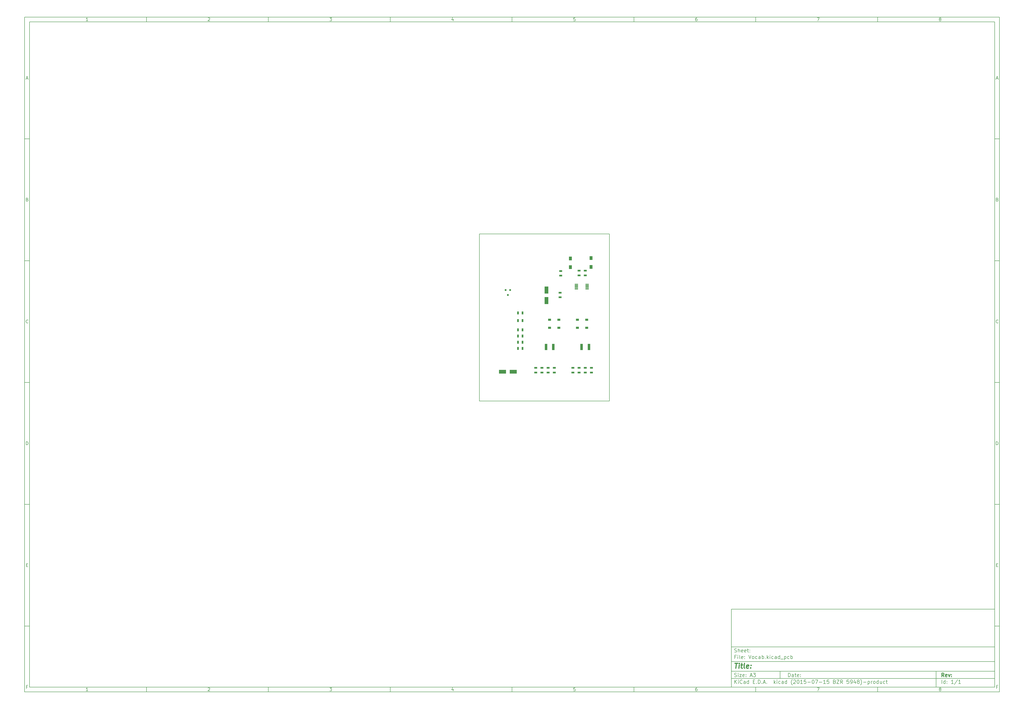
<source format=gbr>
G04 #@! TF.FileFunction,Paste,Top*
%FSLAX46Y46*%
G04 Gerber Fmt 4.6, Leading zero omitted, Abs format (unit mm)*
G04 Created by KiCad (PCBNEW (2015-07-15 BZR 5948)-product) date Tue 15 Sep 2015 04:10:27 BST*
%MOMM*%
G01*
G04 APERTURE LIST*
%ADD10C,0.150000*%
%ADD11C,0.300000*%
%ADD12C,0.400000*%
%ADD13R,1.000000X2.500000*%
%ADD14R,2.999740X1.600200*%
%ADD15R,1.600200X2.999740*%
%ADD16R,1.220000X0.910000*%
%ADD17R,1.300000X0.700000*%
%ADD18R,0.700000X1.300000*%
%ADD19R,1.198880X1.600200*%
%ADD20R,1.400000X0.300000*%
%ADD21R,0.800100X0.800100*%
G04 APERTURE END LIST*
D10*
X299989000Y-253002200D02*
X299989000Y-285002200D01*
X407989000Y-285002200D01*
X407989000Y-253002200D01*
X299989000Y-253002200D01*
X10000000Y-10000000D02*
X10000000Y-287002200D01*
X409989000Y-287002200D01*
X409989000Y-10000000D01*
X10000000Y-10000000D01*
X12000000Y-12000000D02*
X12000000Y-285002200D01*
X407989000Y-285002200D01*
X407989000Y-12000000D01*
X12000000Y-12000000D01*
X60000000Y-12000000D02*
X60000000Y-10000000D01*
X110000000Y-12000000D02*
X110000000Y-10000000D01*
X160000000Y-12000000D02*
X160000000Y-10000000D01*
X210000000Y-12000000D02*
X210000000Y-10000000D01*
X260000000Y-12000000D02*
X260000000Y-10000000D01*
X310000000Y-12000000D02*
X310000000Y-10000000D01*
X360000000Y-12000000D02*
X360000000Y-10000000D01*
X35990476Y-11588095D02*
X35247619Y-11588095D01*
X35619048Y-11588095D02*
X35619048Y-10288095D01*
X35495238Y-10473810D01*
X35371429Y-10597619D01*
X35247619Y-10659524D01*
X85247619Y-10411905D02*
X85309524Y-10350000D01*
X85433333Y-10288095D01*
X85742857Y-10288095D01*
X85866667Y-10350000D01*
X85928571Y-10411905D01*
X85990476Y-10535714D01*
X85990476Y-10659524D01*
X85928571Y-10845238D01*
X85185714Y-11588095D01*
X85990476Y-11588095D01*
X135185714Y-10288095D02*
X135990476Y-10288095D01*
X135557143Y-10783333D01*
X135742857Y-10783333D01*
X135866667Y-10845238D01*
X135928571Y-10907143D01*
X135990476Y-11030952D01*
X135990476Y-11340476D01*
X135928571Y-11464286D01*
X135866667Y-11526190D01*
X135742857Y-11588095D01*
X135371429Y-11588095D01*
X135247619Y-11526190D01*
X135185714Y-11464286D01*
X185866667Y-10721429D02*
X185866667Y-11588095D01*
X185557143Y-10226190D02*
X185247619Y-11154762D01*
X186052381Y-11154762D01*
X235928571Y-10288095D02*
X235309524Y-10288095D01*
X235247619Y-10907143D01*
X235309524Y-10845238D01*
X235433333Y-10783333D01*
X235742857Y-10783333D01*
X235866667Y-10845238D01*
X235928571Y-10907143D01*
X235990476Y-11030952D01*
X235990476Y-11340476D01*
X235928571Y-11464286D01*
X235866667Y-11526190D01*
X235742857Y-11588095D01*
X235433333Y-11588095D01*
X235309524Y-11526190D01*
X235247619Y-11464286D01*
X285866667Y-10288095D02*
X285619048Y-10288095D01*
X285495238Y-10350000D01*
X285433333Y-10411905D01*
X285309524Y-10597619D01*
X285247619Y-10845238D01*
X285247619Y-11340476D01*
X285309524Y-11464286D01*
X285371429Y-11526190D01*
X285495238Y-11588095D01*
X285742857Y-11588095D01*
X285866667Y-11526190D01*
X285928571Y-11464286D01*
X285990476Y-11340476D01*
X285990476Y-11030952D01*
X285928571Y-10907143D01*
X285866667Y-10845238D01*
X285742857Y-10783333D01*
X285495238Y-10783333D01*
X285371429Y-10845238D01*
X285309524Y-10907143D01*
X285247619Y-11030952D01*
X335185714Y-10288095D02*
X336052381Y-10288095D01*
X335495238Y-11588095D01*
X385495238Y-10845238D02*
X385371429Y-10783333D01*
X385309524Y-10721429D01*
X385247619Y-10597619D01*
X385247619Y-10535714D01*
X385309524Y-10411905D01*
X385371429Y-10350000D01*
X385495238Y-10288095D01*
X385742857Y-10288095D01*
X385866667Y-10350000D01*
X385928571Y-10411905D01*
X385990476Y-10535714D01*
X385990476Y-10597619D01*
X385928571Y-10721429D01*
X385866667Y-10783333D01*
X385742857Y-10845238D01*
X385495238Y-10845238D01*
X385371429Y-10907143D01*
X385309524Y-10969048D01*
X385247619Y-11092857D01*
X385247619Y-11340476D01*
X385309524Y-11464286D01*
X385371429Y-11526190D01*
X385495238Y-11588095D01*
X385742857Y-11588095D01*
X385866667Y-11526190D01*
X385928571Y-11464286D01*
X385990476Y-11340476D01*
X385990476Y-11092857D01*
X385928571Y-10969048D01*
X385866667Y-10907143D01*
X385742857Y-10845238D01*
X60000000Y-285002200D02*
X60000000Y-287002200D01*
X110000000Y-285002200D02*
X110000000Y-287002200D01*
X160000000Y-285002200D02*
X160000000Y-287002200D01*
X210000000Y-285002200D02*
X210000000Y-287002200D01*
X260000000Y-285002200D02*
X260000000Y-287002200D01*
X310000000Y-285002200D02*
X310000000Y-287002200D01*
X360000000Y-285002200D02*
X360000000Y-287002200D01*
X35990476Y-286590295D02*
X35247619Y-286590295D01*
X35619048Y-286590295D02*
X35619048Y-285290295D01*
X35495238Y-285476010D01*
X35371429Y-285599819D01*
X35247619Y-285661724D01*
X85247619Y-285414105D02*
X85309524Y-285352200D01*
X85433333Y-285290295D01*
X85742857Y-285290295D01*
X85866667Y-285352200D01*
X85928571Y-285414105D01*
X85990476Y-285537914D01*
X85990476Y-285661724D01*
X85928571Y-285847438D01*
X85185714Y-286590295D01*
X85990476Y-286590295D01*
X135185714Y-285290295D02*
X135990476Y-285290295D01*
X135557143Y-285785533D01*
X135742857Y-285785533D01*
X135866667Y-285847438D01*
X135928571Y-285909343D01*
X135990476Y-286033152D01*
X135990476Y-286342676D01*
X135928571Y-286466486D01*
X135866667Y-286528390D01*
X135742857Y-286590295D01*
X135371429Y-286590295D01*
X135247619Y-286528390D01*
X135185714Y-286466486D01*
X185866667Y-285723629D02*
X185866667Y-286590295D01*
X185557143Y-285228390D02*
X185247619Y-286156962D01*
X186052381Y-286156962D01*
X235928571Y-285290295D02*
X235309524Y-285290295D01*
X235247619Y-285909343D01*
X235309524Y-285847438D01*
X235433333Y-285785533D01*
X235742857Y-285785533D01*
X235866667Y-285847438D01*
X235928571Y-285909343D01*
X235990476Y-286033152D01*
X235990476Y-286342676D01*
X235928571Y-286466486D01*
X235866667Y-286528390D01*
X235742857Y-286590295D01*
X235433333Y-286590295D01*
X235309524Y-286528390D01*
X235247619Y-286466486D01*
X285866667Y-285290295D02*
X285619048Y-285290295D01*
X285495238Y-285352200D01*
X285433333Y-285414105D01*
X285309524Y-285599819D01*
X285247619Y-285847438D01*
X285247619Y-286342676D01*
X285309524Y-286466486D01*
X285371429Y-286528390D01*
X285495238Y-286590295D01*
X285742857Y-286590295D01*
X285866667Y-286528390D01*
X285928571Y-286466486D01*
X285990476Y-286342676D01*
X285990476Y-286033152D01*
X285928571Y-285909343D01*
X285866667Y-285847438D01*
X285742857Y-285785533D01*
X285495238Y-285785533D01*
X285371429Y-285847438D01*
X285309524Y-285909343D01*
X285247619Y-286033152D01*
X335185714Y-285290295D02*
X336052381Y-285290295D01*
X335495238Y-286590295D01*
X385495238Y-285847438D02*
X385371429Y-285785533D01*
X385309524Y-285723629D01*
X385247619Y-285599819D01*
X385247619Y-285537914D01*
X385309524Y-285414105D01*
X385371429Y-285352200D01*
X385495238Y-285290295D01*
X385742857Y-285290295D01*
X385866667Y-285352200D01*
X385928571Y-285414105D01*
X385990476Y-285537914D01*
X385990476Y-285599819D01*
X385928571Y-285723629D01*
X385866667Y-285785533D01*
X385742857Y-285847438D01*
X385495238Y-285847438D01*
X385371429Y-285909343D01*
X385309524Y-285971248D01*
X385247619Y-286095057D01*
X385247619Y-286342676D01*
X385309524Y-286466486D01*
X385371429Y-286528390D01*
X385495238Y-286590295D01*
X385742857Y-286590295D01*
X385866667Y-286528390D01*
X385928571Y-286466486D01*
X385990476Y-286342676D01*
X385990476Y-286095057D01*
X385928571Y-285971248D01*
X385866667Y-285909343D01*
X385742857Y-285847438D01*
X10000000Y-60000000D02*
X12000000Y-60000000D01*
X10000000Y-110000000D02*
X12000000Y-110000000D01*
X10000000Y-160000000D02*
X12000000Y-160000000D01*
X10000000Y-210000000D02*
X12000000Y-210000000D01*
X10000000Y-260000000D02*
X12000000Y-260000000D01*
X10690476Y-35216667D02*
X11309524Y-35216667D01*
X10566667Y-35588095D02*
X11000000Y-34288095D01*
X11433333Y-35588095D01*
X11092857Y-84907143D02*
X11278571Y-84969048D01*
X11340476Y-85030952D01*
X11402381Y-85154762D01*
X11402381Y-85340476D01*
X11340476Y-85464286D01*
X11278571Y-85526190D01*
X11154762Y-85588095D01*
X10659524Y-85588095D01*
X10659524Y-84288095D01*
X11092857Y-84288095D01*
X11216667Y-84350000D01*
X11278571Y-84411905D01*
X11340476Y-84535714D01*
X11340476Y-84659524D01*
X11278571Y-84783333D01*
X11216667Y-84845238D01*
X11092857Y-84907143D01*
X10659524Y-84907143D01*
X11402381Y-135464286D02*
X11340476Y-135526190D01*
X11154762Y-135588095D01*
X11030952Y-135588095D01*
X10845238Y-135526190D01*
X10721429Y-135402381D01*
X10659524Y-135278571D01*
X10597619Y-135030952D01*
X10597619Y-134845238D01*
X10659524Y-134597619D01*
X10721429Y-134473810D01*
X10845238Y-134350000D01*
X11030952Y-134288095D01*
X11154762Y-134288095D01*
X11340476Y-134350000D01*
X11402381Y-134411905D01*
X10659524Y-185588095D02*
X10659524Y-184288095D01*
X10969048Y-184288095D01*
X11154762Y-184350000D01*
X11278571Y-184473810D01*
X11340476Y-184597619D01*
X11402381Y-184845238D01*
X11402381Y-185030952D01*
X11340476Y-185278571D01*
X11278571Y-185402381D01*
X11154762Y-185526190D01*
X10969048Y-185588095D01*
X10659524Y-185588095D01*
X10721429Y-234907143D02*
X11154762Y-234907143D01*
X11340476Y-235588095D02*
X10721429Y-235588095D01*
X10721429Y-234288095D01*
X11340476Y-234288095D01*
X11185714Y-284907143D02*
X10752381Y-284907143D01*
X10752381Y-285588095D02*
X10752381Y-284288095D01*
X11371428Y-284288095D01*
X409989000Y-60000000D02*
X407989000Y-60000000D01*
X409989000Y-110000000D02*
X407989000Y-110000000D01*
X409989000Y-160000000D02*
X407989000Y-160000000D01*
X409989000Y-210000000D02*
X407989000Y-210000000D01*
X409989000Y-260000000D02*
X407989000Y-260000000D01*
X408679476Y-35216667D02*
X409298524Y-35216667D01*
X408555667Y-35588095D02*
X408989000Y-34288095D01*
X409422333Y-35588095D01*
X409081857Y-84907143D02*
X409267571Y-84969048D01*
X409329476Y-85030952D01*
X409391381Y-85154762D01*
X409391381Y-85340476D01*
X409329476Y-85464286D01*
X409267571Y-85526190D01*
X409143762Y-85588095D01*
X408648524Y-85588095D01*
X408648524Y-84288095D01*
X409081857Y-84288095D01*
X409205667Y-84350000D01*
X409267571Y-84411905D01*
X409329476Y-84535714D01*
X409329476Y-84659524D01*
X409267571Y-84783333D01*
X409205667Y-84845238D01*
X409081857Y-84907143D01*
X408648524Y-84907143D01*
X409391381Y-135464286D02*
X409329476Y-135526190D01*
X409143762Y-135588095D01*
X409019952Y-135588095D01*
X408834238Y-135526190D01*
X408710429Y-135402381D01*
X408648524Y-135278571D01*
X408586619Y-135030952D01*
X408586619Y-134845238D01*
X408648524Y-134597619D01*
X408710429Y-134473810D01*
X408834238Y-134350000D01*
X409019952Y-134288095D01*
X409143762Y-134288095D01*
X409329476Y-134350000D01*
X409391381Y-134411905D01*
X408648524Y-185588095D02*
X408648524Y-184288095D01*
X408958048Y-184288095D01*
X409143762Y-184350000D01*
X409267571Y-184473810D01*
X409329476Y-184597619D01*
X409391381Y-184845238D01*
X409391381Y-185030952D01*
X409329476Y-185278571D01*
X409267571Y-185402381D01*
X409143762Y-185526190D01*
X408958048Y-185588095D01*
X408648524Y-185588095D01*
X408710429Y-234907143D02*
X409143762Y-234907143D01*
X409329476Y-235588095D02*
X408710429Y-235588095D01*
X408710429Y-234288095D01*
X409329476Y-234288095D01*
X409174714Y-284907143D02*
X408741381Y-284907143D01*
X408741381Y-285588095D02*
X408741381Y-284288095D01*
X409360428Y-284288095D01*
X323346143Y-280780771D02*
X323346143Y-279280771D01*
X323703286Y-279280771D01*
X323917571Y-279352200D01*
X324060429Y-279495057D01*
X324131857Y-279637914D01*
X324203286Y-279923629D01*
X324203286Y-280137914D01*
X324131857Y-280423629D01*
X324060429Y-280566486D01*
X323917571Y-280709343D01*
X323703286Y-280780771D01*
X323346143Y-280780771D01*
X325489000Y-280780771D02*
X325489000Y-279995057D01*
X325417571Y-279852200D01*
X325274714Y-279780771D01*
X324989000Y-279780771D01*
X324846143Y-279852200D01*
X325489000Y-280709343D02*
X325346143Y-280780771D01*
X324989000Y-280780771D01*
X324846143Y-280709343D01*
X324774714Y-280566486D01*
X324774714Y-280423629D01*
X324846143Y-280280771D01*
X324989000Y-280209343D01*
X325346143Y-280209343D01*
X325489000Y-280137914D01*
X325989000Y-279780771D02*
X326560429Y-279780771D01*
X326203286Y-279280771D02*
X326203286Y-280566486D01*
X326274714Y-280709343D01*
X326417572Y-280780771D01*
X326560429Y-280780771D01*
X327631857Y-280709343D02*
X327489000Y-280780771D01*
X327203286Y-280780771D01*
X327060429Y-280709343D01*
X326989000Y-280566486D01*
X326989000Y-279995057D01*
X327060429Y-279852200D01*
X327203286Y-279780771D01*
X327489000Y-279780771D01*
X327631857Y-279852200D01*
X327703286Y-279995057D01*
X327703286Y-280137914D01*
X326989000Y-280280771D01*
X328346143Y-280637914D02*
X328417571Y-280709343D01*
X328346143Y-280780771D01*
X328274714Y-280709343D01*
X328346143Y-280637914D01*
X328346143Y-280780771D01*
X328346143Y-279852200D02*
X328417571Y-279923629D01*
X328346143Y-279995057D01*
X328274714Y-279923629D01*
X328346143Y-279852200D01*
X328346143Y-279995057D01*
X299989000Y-281502200D02*
X407989000Y-281502200D01*
X301346143Y-283580771D02*
X301346143Y-282080771D01*
X302203286Y-283580771D02*
X301560429Y-282723629D01*
X302203286Y-282080771D02*
X301346143Y-282937914D01*
X302846143Y-283580771D02*
X302846143Y-282580771D01*
X302846143Y-282080771D02*
X302774714Y-282152200D01*
X302846143Y-282223629D01*
X302917571Y-282152200D01*
X302846143Y-282080771D01*
X302846143Y-282223629D01*
X304417572Y-283437914D02*
X304346143Y-283509343D01*
X304131857Y-283580771D01*
X303989000Y-283580771D01*
X303774715Y-283509343D01*
X303631857Y-283366486D01*
X303560429Y-283223629D01*
X303489000Y-282937914D01*
X303489000Y-282723629D01*
X303560429Y-282437914D01*
X303631857Y-282295057D01*
X303774715Y-282152200D01*
X303989000Y-282080771D01*
X304131857Y-282080771D01*
X304346143Y-282152200D01*
X304417572Y-282223629D01*
X305703286Y-283580771D02*
X305703286Y-282795057D01*
X305631857Y-282652200D01*
X305489000Y-282580771D01*
X305203286Y-282580771D01*
X305060429Y-282652200D01*
X305703286Y-283509343D02*
X305560429Y-283580771D01*
X305203286Y-283580771D01*
X305060429Y-283509343D01*
X304989000Y-283366486D01*
X304989000Y-283223629D01*
X305060429Y-283080771D01*
X305203286Y-283009343D01*
X305560429Y-283009343D01*
X305703286Y-282937914D01*
X307060429Y-283580771D02*
X307060429Y-282080771D01*
X307060429Y-283509343D02*
X306917572Y-283580771D01*
X306631858Y-283580771D01*
X306489000Y-283509343D01*
X306417572Y-283437914D01*
X306346143Y-283295057D01*
X306346143Y-282866486D01*
X306417572Y-282723629D01*
X306489000Y-282652200D01*
X306631858Y-282580771D01*
X306917572Y-282580771D01*
X307060429Y-282652200D01*
X308917572Y-282795057D02*
X309417572Y-282795057D01*
X309631858Y-283580771D02*
X308917572Y-283580771D01*
X308917572Y-282080771D01*
X309631858Y-282080771D01*
X310274715Y-283437914D02*
X310346143Y-283509343D01*
X310274715Y-283580771D01*
X310203286Y-283509343D01*
X310274715Y-283437914D01*
X310274715Y-283580771D01*
X310989001Y-283580771D02*
X310989001Y-282080771D01*
X311346144Y-282080771D01*
X311560429Y-282152200D01*
X311703287Y-282295057D01*
X311774715Y-282437914D01*
X311846144Y-282723629D01*
X311846144Y-282937914D01*
X311774715Y-283223629D01*
X311703287Y-283366486D01*
X311560429Y-283509343D01*
X311346144Y-283580771D01*
X310989001Y-283580771D01*
X312489001Y-283437914D02*
X312560429Y-283509343D01*
X312489001Y-283580771D01*
X312417572Y-283509343D01*
X312489001Y-283437914D01*
X312489001Y-283580771D01*
X313131858Y-283152200D02*
X313846144Y-283152200D01*
X312989001Y-283580771D02*
X313489001Y-282080771D01*
X313989001Y-283580771D01*
X314489001Y-283437914D02*
X314560429Y-283509343D01*
X314489001Y-283580771D01*
X314417572Y-283509343D01*
X314489001Y-283437914D01*
X314489001Y-283580771D01*
X317489001Y-283580771D02*
X317489001Y-282080771D01*
X317631858Y-283009343D02*
X318060429Y-283580771D01*
X318060429Y-282580771D02*
X317489001Y-283152200D01*
X318703287Y-283580771D02*
X318703287Y-282580771D01*
X318703287Y-282080771D02*
X318631858Y-282152200D01*
X318703287Y-282223629D01*
X318774715Y-282152200D01*
X318703287Y-282080771D01*
X318703287Y-282223629D01*
X320060430Y-283509343D02*
X319917573Y-283580771D01*
X319631859Y-283580771D01*
X319489001Y-283509343D01*
X319417573Y-283437914D01*
X319346144Y-283295057D01*
X319346144Y-282866486D01*
X319417573Y-282723629D01*
X319489001Y-282652200D01*
X319631859Y-282580771D01*
X319917573Y-282580771D01*
X320060430Y-282652200D01*
X321346144Y-283580771D02*
X321346144Y-282795057D01*
X321274715Y-282652200D01*
X321131858Y-282580771D01*
X320846144Y-282580771D01*
X320703287Y-282652200D01*
X321346144Y-283509343D02*
X321203287Y-283580771D01*
X320846144Y-283580771D01*
X320703287Y-283509343D01*
X320631858Y-283366486D01*
X320631858Y-283223629D01*
X320703287Y-283080771D01*
X320846144Y-283009343D01*
X321203287Y-283009343D01*
X321346144Y-282937914D01*
X322703287Y-283580771D02*
X322703287Y-282080771D01*
X322703287Y-283509343D02*
X322560430Y-283580771D01*
X322274716Y-283580771D01*
X322131858Y-283509343D01*
X322060430Y-283437914D01*
X321989001Y-283295057D01*
X321989001Y-282866486D01*
X322060430Y-282723629D01*
X322131858Y-282652200D01*
X322274716Y-282580771D01*
X322560430Y-282580771D01*
X322703287Y-282652200D01*
X324989001Y-284152200D02*
X324917573Y-284080771D01*
X324774716Y-283866486D01*
X324703287Y-283723629D01*
X324631858Y-283509343D01*
X324560430Y-283152200D01*
X324560430Y-282866486D01*
X324631858Y-282509343D01*
X324703287Y-282295057D01*
X324774716Y-282152200D01*
X324917573Y-281937914D01*
X324989001Y-281866486D01*
X325489001Y-282223629D02*
X325560430Y-282152200D01*
X325703287Y-282080771D01*
X326060430Y-282080771D01*
X326203287Y-282152200D01*
X326274716Y-282223629D01*
X326346144Y-282366486D01*
X326346144Y-282509343D01*
X326274716Y-282723629D01*
X325417573Y-283580771D01*
X326346144Y-283580771D01*
X327274715Y-282080771D02*
X327417572Y-282080771D01*
X327560429Y-282152200D01*
X327631858Y-282223629D01*
X327703287Y-282366486D01*
X327774715Y-282652200D01*
X327774715Y-283009343D01*
X327703287Y-283295057D01*
X327631858Y-283437914D01*
X327560429Y-283509343D01*
X327417572Y-283580771D01*
X327274715Y-283580771D01*
X327131858Y-283509343D01*
X327060429Y-283437914D01*
X326989001Y-283295057D01*
X326917572Y-283009343D01*
X326917572Y-282652200D01*
X326989001Y-282366486D01*
X327060429Y-282223629D01*
X327131858Y-282152200D01*
X327274715Y-282080771D01*
X329203286Y-283580771D02*
X328346143Y-283580771D01*
X328774715Y-283580771D02*
X328774715Y-282080771D01*
X328631858Y-282295057D01*
X328489000Y-282437914D01*
X328346143Y-282509343D01*
X330560429Y-282080771D02*
X329846143Y-282080771D01*
X329774714Y-282795057D01*
X329846143Y-282723629D01*
X329989000Y-282652200D01*
X330346143Y-282652200D01*
X330489000Y-282723629D01*
X330560429Y-282795057D01*
X330631857Y-282937914D01*
X330631857Y-283295057D01*
X330560429Y-283437914D01*
X330489000Y-283509343D01*
X330346143Y-283580771D01*
X329989000Y-283580771D01*
X329846143Y-283509343D01*
X329774714Y-283437914D01*
X331274714Y-283009343D02*
X332417571Y-283009343D01*
X333417571Y-282080771D02*
X333560428Y-282080771D01*
X333703285Y-282152200D01*
X333774714Y-282223629D01*
X333846143Y-282366486D01*
X333917571Y-282652200D01*
X333917571Y-283009343D01*
X333846143Y-283295057D01*
X333774714Y-283437914D01*
X333703285Y-283509343D01*
X333560428Y-283580771D01*
X333417571Y-283580771D01*
X333274714Y-283509343D01*
X333203285Y-283437914D01*
X333131857Y-283295057D01*
X333060428Y-283009343D01*
X333060428Y-282652200D01*
X333131857Y-282366486D01*
X333203285Y-282223629D01*
X333274714Y-282152200D01*
X333417571Y-282080771D01*
X334417571Y-282080771D02*
X335417571Y-282080771D01*
X334774714Y-283580771D01*
X335988999Y-283009343D02*
X337131856Y-283009343D01*
X338631856Y-283580771D02*
X337774713Y-283580771D01*
X338203285Y-283580771D02*
X338203285Y-282080771D01*
X338060428Y-282295057D01*
X337917570Y-282437914D01*
X337774713Y-282509343D01*
X339988999Y-282080771D02*
X339274713Y-282080771D01*
X339203284Y-282795057D01*
X339274713Y-282723629D01*
X339417570Y-282652200D01*
X339774713Y-282652200D01*
X339917570Y-282723629D01*
X339988999Y-282795057D01*
X340060427Y-282937914D01*
X340060427Y-283295057D01*
X339988999Y-283437914D01*
X339917570Y-283509343D01*
X339774713Y-283580771D01*
X339417570Y-283580771D01*
X339274713Y-283509343D01*
X339203284Y-283437914D01*
X342346141Y-282795057D02*
X342560427Y-282866486D01*
X342631855Y-282937914D01*
X342703284Y-283080771D01*
X342703284Y-283295057D01*
X342631855Y-283437914D01*
X342560427Y-283509343D01*
X342417569Y-283580771D01*
X341846141Y-283580771D01*
X341846141Y-282080771D01*
X342346141Y-282080771D01*
X342488998Y-282152200D01*
X342560427Y-282223629D01*
X342631855Y-282366486D01*
X342631855Y-282509343D01*
X342560427Y-282652200D01*
X342488998Y-282723629D01*
X342346141Y-282795057D01*
X341846141Y-282795057D01*
X343203284Y-282080771D02*
X344203284Y-282080771D01*
X343203284Y-283580771D01*
X344203284Y-283580771D01*
X345631855Y-283580771D02*
X345131855Y-282866486D01*
X344774712Y-283580771D02*
X344774712Y-282080771D01*
X345346140Y-282080771D01*
X345488998Y-282152200D01*
X345560426Y-282223629D01*
X345631855Y-282366486D01*
X345631855Y-282580771D01*
X345560426Y-282723629D01*
X345488998Y-282795057D01*
X345346140Y-282866486D01*
X344774712Y-282866486D01*
X348131855Y-282080771D02*
X347417569Y-282080771D01*
X347346140Y-282795057D01*
X347417569Y-282723629D01*
X347560426Y-282652200D01*
X347917569Y-282652200D01*
X348060426Y-282723629D01*
X348131855Y-282795057D01*
X348203283Y-282937914D01*
X348203283Y-283295057D01*
X348131855Y-283437914D01*
X348060426Y-283509343D01*
X347917569Y-283580771D01*
X347560426Y-283580771D01*
X347417569Y-283509343D01*
X347346140Y-283437914D01*
X348917568Y-283580771D02*
X349203283Y-283580771D01*
X349346140Y-283509343D01*
X349417568Y-283437914D01*
X349560426Y-283223629D01*
X349631854Y-282937914D01*
X349631854Y-282366486D01*
X349560426Y-282223629D01*
X349488997Y-282152200D01*
X349346140Y-282080771D01*
X349060426Y-282080771D01*
X348917568Y-282152200D01*
X348846140Y-282223629D01*
X348774711Y-282366486D01*
X348774711Y-282723629D01*
X348846140Y-282866486D01*
X348917568Y-282937914D01*
X349060426Y-283009343D01*
X349346140Y-283009343D01*
X349488997Y-282937914D01*
X349560426Y-282866486D01*
X349631854Y-282723629D01*
X350917568Y-282580771D02*
X350917568Y-283580771D01*
X350560425Y-282009343D02*
X350203282Y-283080771D01*
X351131854Y-283080771D01*
X351917568Y-282723629D02*
X351774710Y-282652200D01*
X351703282Y-282580771D01*
X351631853Y-282437914D01*
X351631853Y-282366486D01*
X351703282Y-282223629D01*
X351774710Y-282152200D01*
X351917568Y-282080771D01*
X352203282Y-282080771D01*
X352346139Y-282152200D01*
X352417568Y-282223629D01*
X352488996Y-282366486D01*
X352488996Y-282437914D01*
X352417568Y-282580771D01*
X352346139Y-282652200D01*
X352203282Y-282723629D01*
X351917568Y-282723629D01*
X351774710Y-282795057D01*
X351703282Y-282866486D01*
X351631853Y-283009343D01*
X351631853Y-283295057D01*
X351703282Y-283437914D01*
X351774710Y-283509343D01*
X351917568Y-283580771D01*
X352203282Y-283580771D01*
X352346139Y-283509343D01*
X352417568Y-283437914D01*
X352488996Y-283295057D01*
X352488996Y-283009343D01*
X352417568Y-282866486D01*
X352346139Y-282795057D01*
X352203282Y-282723629D01*
X352988996Y-284152200D02*
X353060424Y-284080771D01*
X353203281Y-283866486D01*
X353274710Y-283723629D01*
X353346139Y-283509343D01*
X353417567Y-283152200D01*
X353417567Y-282866486D01*
X353346139Y-282509343D01*
X353274710Y-282295057D01*
X353203281Y-282152200D01*
X353060424Y-281937914D01*
X352988996Y-281866486D01*
X354131853Y-283009343D02*
X355274710Y-283009343D01*
X355988996Y-282580771D02*
X355988996Y-284080771D01*
X355988996Y-282652200D02*
X356131853Y-282580771D01*
X356417567Y-282580771D01*
X356560424Y-282652200D01*
X356631853Y-282723629D01*
X356703282Y-282866486D01*
X356703282Y-283295057D01*
X356631853Y-283437914D01*
X356560424Y-283509343D01*
X356417567Y-283580771D01*
X356131853Y-283580771D01*
X355988996Y-283509343D01*
X357346139Y-283580771D02*
X357346139Y-282580771D01*
X357346139Y-282866486D02*
X357417567Y-282723629D01*
X357488996Y-282652200D01*
X357631853Y-282580771D01*
X357774710Y-282580771D01*
X358488996Y-283580771D02*
X358346138Y-283509343D01*
X358274710Y-283437914D01*
X358203281Y-283295057D01*
X358203281Y-282866486D01*
X358274710Y-282723629D01*
X358346138Y-282652200D01*
X358488996Y-282580771D01*
X358703281Y-282580771D01*
X358846138Y-282652200D01*
X358917567Y-282723629D01*
X358988996Y-282866486D01*
X358988996Y-283295057D01*
X358917567Y-283437914D01*
X358846138Y-283509343D01*
X358703281Y-283580771D01*
X358488996Y-283580771D01*
X360274710Y-283580771D02*
X360274710Y-282080771D01*
X360274710Y-283509343D02*
X360131853Y-283580771D01*
X359846139Y-283580771D01*
X359703281Y-283509343D01*
X359631853Y-283437914D01*
X359560424Y-283295057D01*
X359560424Y-282866486D01*
X359631853Y-282723629D01*
X359703281Y-282652200D01*
X359846139Y-282580771D01*
X360131853Y-282580771D01*
X360274710Y-282652200D01*
X361631853Y-282580771D02*
X361631853Y-283580771D01*
X360988996Y-282580771D02*
X360988996Y-283366486D01*
X361060424Y-283509343D01*
X361203282Y-283580771D01*
X361417567Y-283580771D01*
X361560424Y-283509343D01*
X361631853Y-283437914D01*
X362988996Y-283509343D02*
X362846139Y-283580771D01*
X362560425Y-283580771D01*
X362417567Y-283509343D01*
X362346139Y-283437914D01*
X362274710Y-283295057D01*
X362274710Y-282866486D01*
X362346139Y-282723629D01*
X362417567Y-282652200D01*
X362560425Y-282580771D01*
X362846139Y-282580771D01*
X362988996Y-282652200D01*
X363417567Y-282580771D02*
X363988996Y-282580771D01*
X363631853Y-282080771D02*
X363631853Y-283366486D01*
X363703281Y-283509343D01*
X363846139Y-283580771D01*
X363988996Y-283580771D01*
X299989000Y-278502200D02*
X407989000Y-278502200D01*
D11*
X387203286Y-280780771D02*
X386703286Y-280066486D01*
X386346143Y-280780771D02*
X386346143Y-279280771D01*
X386917571Y-279280771D01*
X387060429Y-279352200D01*
X387131857Y-279423629D01*
X387203286Y-279566486D01*
X387203286Y-279780771D01*
X387131857Y-279923629D01*
X387060429Y-279995057D01*
X386917571Y-280066486D01*
X386346143Y-280066486D01*
X388417571Y-280709343D02*
X388274714Y-280780771D01*
X387989000Y-280780771D01*
X387846143Y-280709343D01*
X387774714Y-280566486D01*
X387774714Y-279995057D01*
X387846143Y-279852200D01*
X387989000Y-279780771D01*
X388274714Y-279780771D01*
X388417571Y-279852200D01*
X388489000Y-279995057D01*
X388489000Y-280137914D01*
X387774714Y-280280771D01*
X388989000Y-279780771D02*
X389346143Y-280780771D01*
X389703285Y-279780771D01*
X390274714Y-280637914D02*
X390346142Y-280709343D01*
X390274714Y-280780771D01*
X390203285Y-280709343D01*
X390274714Y-280637914D01*
X390274714Y-280780771D01*
X390274714Y-279852200D02*
X390346142Y-279923629D01*
X390274714Y-279995057D01*
X390203285Y-279923629D01*
X390274714Y-279852200D01*
X390274714Y-279995057D01*
D10*
X301274714Y-280709343D02*
X301489000Y-280780771D01*
X301846143Y-280780771D01*
X301989000Y-280709343D01*
X302060429Y-280637914D01*
X302131857Y-280495057D01*
X302131857Y-280352200D01*
X302060429Y-280209343D01*
X301989000Y-280137914D01*
X301846143Y-280066486D01*
X301560429Y-279995057D01*
X301417571Y-279923629D01*
X301346143Y-279852200D01*
X301274714Y-279709343D01*
X301274714Y-279566486D01*
X301346143Y-279423629D01*
X301417571Y-279352200D01*
X301560429Y-279280771D01*
X301917571Y-279280771D01*
X302131857Y-279352200D01*
X302774714Y-280780771D02*
X302774714Y-279780771D01*
X302774714Y-279280771D02*
X302703285Y-279352200D01*
X302774714Y-279423629D01*
X302846142Y-279352200D01*
X302774714Y-279280771D01*
X302774714Y-279423629D01*
X303346143Y-279780771D02*
X304131857Y-279780771D01*
X303346143Y-280780771D01*
X304131857Y-280780771D01*
X305274714Y-280709343D02*
X305131857Y-280780771D01*
X304846143Y-280780771D01*
X304703286Y-280709343D01*
X304631857Y-280566486D01*
X304631857Y-279995057D01*
X304703286Y-279852200D01*
X304846143Y-279780771D01*
X305131857Y-279780771D01*
X305274714Y-279852200D01*
X305346143Y-279995057D01*
X305346143Y-280137914D01*
X304631857Y-280280771D01*
X305989000Y-280637914D02*
X306060428Y-280709343D01*
X305989000Y-280780771D01*
X305917571Y-280709343D01*
X305989000Y-280637914D01*
X305989000Y-280780771D01*
X305989000Y-279852200D02*
X306060428Y-279923629D01*
X305989000Y-279995057D01*
X305917571Y-279923629D01*
X305989000Y-279852200D01*
X305989000Y-279995057D01*
X307774714Y-280352200D02*
X308489000Y-280352200D01*
X307631857Y-280780771D02*
X308131857Y-279280771D01*
X308631857Y-280780771D01*
X308989000Y-279280771D02*
X309917571Y-279280771D01*
X309417571Y-279852200D01*
X309631857Y-279852200D01*
X309774714Y-279923629D01*
X309846143Y-279995057D01*
X309917571Y-280137914D01*
X309917571Y-280495057D01*
X309846143Y-280637914D01*
X309774714Y-280709343D01*
X309631857Y-280780771D01*
X309203285Y-280780771D01*
X309060428Y-280709343D01*
X308989000Y-280637914D01*
X386346143Y-283580771D02*
X386346143Y-282080771D01*
X387703286Y-283580771D02*
X387703286Y-282080771D01*
X387703286Y-283509343D02*
X387560429Y-283580771D01*
X387274715Y-283580771D01*
X387131857Y-283509343D01*
X387060429Y-283437914D01*
X386989000Y-283295057D01*
X386989000Y-282866486D01*
X387060429Y-282723629D01*
X387131857Y-282652200D01*
X387274715Y-282580771D01*
X387560429Y-282580771D01*
X387703286Y-282652200D01*
X388417572Y-283437914D02*
X388489000Y-283509343D01*
X388417572Y-283580771D01*
X388346143Y-283509343D01*
X388417572Y-283437914D01*
X388417572Y-283580771D01*
X388417572Y-282652200D02*
X388489000Y-282723629D01*
X388417572Y-282795057D01*
X388346143Y-282723629D01*
X388417572Y-282652200D01*
X388417572Y-282795057D01*
X391060429Y-283580771D02*
X390203286Y-283580771D01*
X390631858Y-283580771D02*
X390631858Y-282080771D01*
X390489001Y-282295057D01*
X390346143Y-282437914D01*
X390203286Y-282509343D01*
X392774714Y-282009343D02*
X391489000Y-283937914D01*
X394060429Y-283580771D02*
X393203286Y-283580771D01*
X393631858Y-283580771D02*
X393631858Y-282080771D01*
X393489001Y-282295057D01*
X393346143Y-282437914D01*
X393203286Y-282509343D01*
X299989000Y-274502200D02*
X407989000Y-274502200D01*
D12*
X301441381Y-275206962D02*
X302584238Y-275206962D01*
X301762810Y-277206962D02*
X302012810Y-275206962D01*
X303000905Y-277206962D02*
X303167571Y-275873629D01*
X303250905Y-275206962D02*
X303143762Y-275302200D01*
X303227095Y-275397438D01*
X303334239Y-275302200D01*
X303250905Y-275206962D01*
X303227095Y-275397438D01*
X303834238Y-275873629D02*
X304596143Y-275873629D01*
X304203286Y-275206962D02*
X303989000Y-276921248D01*
X304060430Y-277111724D01*
X304239001Y-277206962D01*
X304429477Y-277206962D01*
X305381858Y-277206962D02*
X305203287Y-277111724D01*
X305131857Y-276921248D01*
X305346143Y-275206962D01*
X306917572Y-277111724D02*
X306715191Y-277206962D01*
X306334239Y-277206962D01*
X306155667Y-277111724D01*
X306084238Y-276921248D01*
X306179476Y-276159343D01*
X306298524Y-275968867D01*
X306500905Y-275873629D01*
X306881857Y-275873629D01*
X307060429Y-275968867D01*
X307131857Y-276159343D01*
X307108048Y-276349819D01*
X306131857Y-276540295D01*
X307881857Y-277016486D02*
X307965192Y-277111724D01*
X307858048Y-277206962D01*
X307774715Y-277111724D01*
X307881857Y-277016486D01*
X307858048Y-277206962D01*
X308012810Y-275968867D02*
X308096144Y-276064105D01*
X307989000Y-276159343D01*
X307905667Y-276064105D01*
X308012810Y-275968867D01*
X307989000Y-276159343D01*
D10*
X301846143Y-272595057D02*
X301346143Y-272595057D01*
X301346143Y-273380771D02*
X301346143Y-271880771D01*
X302060429Y-271880771D01*
X302631857Y-273380771D02*
X302631857Y-272380771D01*
X302631857Y-271880771D02*
X302560428Y-271952200D01*
X302631857Y-272023629D01*
X302703285Y-271952200D01*
X302631857Y-271880771D01*
X302631857Y-272023629D01*
X303560429Y-273380771D02*
X303417571Y-273309343D01*
X303346143Y-273166486D01*
X303346143Y-271880771D01*
X304703285Y-273309343D02*
X304560428Y-273380771D01*
X304274714Y-273380771D01*
X304131857Y-273309343D01*
X304060428Y-273166486D01*
X304060428Y-272595057D01*
X304131857Y-272452200D01*
X304274714Y-272380771D01*
X304560428Y-272380771D01*
X304703285Y-272452200D01*
X304774714Y-272595057D01*
X304774714Y-272737914D01*
X304060428Y-272880771D01*
X305417571Y-273237914D02*
X305488999Y-273309343D01*
X305417571Y-273380771D01*
X305346142Y-273309343D01*
X305417571Y-273237914D01*
X305417571Y-273380771D01*
X305417571Y-272452200D02*
X305488999Y-272523629D01*
X305417571Y-272595057D01*
X305346142Y-272523629D01*
X305417571Y-272452200D01*
X305417571Y-272595057D01*
X307060428Y-271880771D02*
X307560428Y-273380771D01*
X308060428Y-271880771D01*
X308774714Y-273380771D02*
X308631856Y-273309343D01*
X308560428Y-273237914D01*
X308488999Y-273095057D01*
X308488999Y-272666486D01*
X308560428Y-272523629D01*
X308631856Y-272452200D01*
X308774714Y-272380771D01*
X308988999Y-272380771D01*
X309131856Y-272452200D01*
X309203285Y-272523629D01*
X309274714Y-272666486D01*
X309274714Y-273095057D01*
X309203285Y-273237914D01*
X309131856Y-273309343D01*
X308988999Y-273380771D01*
X308774714Y-273380771D01*
X310560428Y-273309343D02*
X310417571Y-273380771D01*
X310131857Y-273380771D01*
X309988999Y-273309343D01*
X309917571Y-273237914D01*
X309846142Y-273095057D01*
X309846142Y-272666486D01*
X309917571Y-272523629D01*
X309988999Y-272452200D01*
X310131857Y-272380771D01*
X310417571Y-272380771D01*
X310560428Y-272452200D01*
X311846142Y-273380771D02*
X311846142Y-272595057D01*
X311774713Y-272452200D01*
X311631856Y-272380771D01*
X311346142Y-272380771D01*
X311203285Y-272452200D01*
X311846142Y-273309343D02*
X311703285Y-273380771D01*
X311346142Y-273380771D01*
X311203285Y-273309343D01*
X311131856Y-273166486D01*
X311131856Y-273023629D01*
X311203285Y-272880771D01*
X311346142Y-272809343D01*
X311703285Y-272809343D01*
X311846142Y-272737914D01*
X312560428Y-273380771D02*
X312560428Y-271880771D01*
X312560428Y-272452200D02*
X312703285Y-272380771D01*
X312988999Y-272380771D01*
X313131856Y-272452200D01*
X313203285Y-272523629D01*
X313274714Y-272666486D01*
X313274714Y-273095057D01*
X313203285Y-273237914D01*
X313131856Y-273309343D01*
X312988999Y-273380771D01*
X312703285Y-273380771D01*
X312560428Y-273309343D01*
X313917571Y-273237914D02*
X313988999Y-273309343D01*
X313917571Y-273380771D01*
X313846142Y-273309343D01*
X313917571Y-273237914D01*
X313917571Y-273380771D01*
X314631857Y-273380771D02*
X314631857Y-271880771D01*
X314774714Y-272809343D02*
X315203285Y-273380771D01*
X315203285Y-272380771D02*
X314631857Y-272952200D01*
X315846143Y-273380771D02*
X315846143Y-272380771D01*
X315846143Y-271880771D02*
X315774714Y-271952200D01*
X315846143Y-272023629D01*
X315917571Y-271952200D01*
X315846143Y-271880771D01*
X315846143Y-272023629D01*
X317203286Y-273309343D02*
X317060429Y-273380771D01*
X316774715Y-273380771D01*
X316631857Y-273309343D01*
X316560429Y-273237914D01*
X316489000Y-273095057D01*
X316489000Y-272666486D01*
X316560429Y-272523629D01*
X316631857Y-272452200D01*
X316774715Y-272380771D01*
X317060429Y-272380771D01*
X317203286Y-272452200D01*
X318489000Y-273380771D02*
X318489000Y-272595057D01*
X318417571Y-272452200D01*
X318274714Y-272380771D01*
X317989000Y-272380771D01*
X317846143Y-272452200D01*
X318489000Y-273309343D02*
X318346143Y-273380771D01*
X317989000Y-273380771D01*
X317846143Y-273309343D01*
X317774714Y-273166486D01*
X317774714Y-273023629D01*
X317846143Y-272880771D01*
X317989000Y-272809343D01*
X318346143Y-272809343D01*
X318489000Y-272737914D01*
X319846143Y-273380771D02*
X319846143Y-271880771D01*
X319846143Y-273309343D02*
X319703286Y-273380771D01*
X319417572Y-273380771D01*
X319274714Y-273309343D01*
X319203286Y-273237914D01*
X319131857Y-273095057D01*
X319131857Y-272666486D01*
X319203286Y-272523629D01*
X319274714Y-272452200D01*
X319417572Y-272380771D01*
X319703286Y-272380771D01*
X319846143Y-272452200D01*
X320203286Y-273523629D02*
X321346143Y-273523629D01*
X321703286Y-272380771D02*
X321703286Y-273880771D01*
X321703286Y-272452200D02*
X321846143Y-272380771D01*
X322131857Y-272380771D01*
X322274714Y-272452200D01*
X322346143Y-272523629D01*
X322417572Y-272666486D01*
X322417572Y-273095057D01*
X322346143Y-273237914D01*
X322274714Y-273309343D01*
X322131857Y-273380771D01*
X321846143Y-273380771D01*
X321703286Y-273309343D01*
X323703286Y-273309343D02*
X323560429Y-273380771D01*
X323274715Y-273380771D01*
X323131857Y-273309343D01*
X323060429Y-273237914D01*
X322989000Y-273095057D01*
X322989000Y-272666486D01*
X323060429Y-272523629D01*
X323131857Y-272452200D01*
X323274715Y-272380771D01*
X323560429Y-272380771D01*
X323703286Y-272452200D01*
X324346143Y-273380771D02*
X324346143Y-271880771D01*
X324346143Y-272452200D02*
X324489000Y-272380771D01*
X324774714Y-272380771D01*
X324917571Y-272452200D01*
X324989000Y-272523629D01*
X325060429Y-272666486D01*
X325060429Y-273095057D01*
X324989000Y-273237914D01*
X324917571Y-273309343D01*
X324774714Y-273380771D01*
X324489000Y-273380771D01*
X324346143Y-273309343D01*
X299989000Y-268502200D02*
X407989000Y-268502200D01*
X301274714Y-270609343D02*
X301489000Y-270680771D01*
X301846143Y-270680771D01*
X301989000Y-270609343D01*
X302060429Y-270537914D01*
X302131857Y-270395057D01*
X302131857Y-270252200D01*
X302060429Y-270109343D01*
X301989000Y-270037914D01*
X301846143Y-269966486D01*
X301560429Y-269895057D01*
X301417571Y-269823629D01*
X301346143Y-269752200D01*
X301274714Y-269609343D01*
X301274714Y-269466486D01*
X301346143Y-269323629D01*
X301417571Y-269252200D01*
X301560429Y-269180771D01*
X301917571Y-269180771D01*
X302131857Y-269252200D01*
X302774714Y-270680771D02*
X302774714Y-269180771D01*
X303417571Y-270680771D02*
X303417571Y-269895057D01*
X303346142Y-269752200D01*
X303203285Y-269680771D01*
X302989000Y-269680771D01*
X302846142Y-269752200D01*
X302774714Y-269823629D01*
X304703285Y-270609343D02*
X304560428Y-270680771D01*
X304274714Y-270680771D01*
X304131857Y-270609343D01*
X304060428Y-270466486D01*
X304060428Y-269895057D01*
X304131857Y-269752200D01*
X304274714Y-269680771D01*
X304560428Y-269680771D01*
X304703285Y-269752200D01*
X304774714Y-269895057D01*
X304774714Y-270037914D01*
X304060428Y-270180771D01*
X305988999Y-270609343D02*
X305846142Y-270680771D01*
X305560428Y-270680771D01*
X305417571Y-270609343D01*
X305346142Y-270466486D01*
X305346142Y-269895057D01*
X305417571Y-269752200D01*
X305560428Y-269680771D01*
X305846142Y-269680771D01*
X305988999Y-269752200D01*
X306060428Y-269895057D01*
X306060428Y-270037914D01*
X305346142Y-270180771D01*
X306488999Y-269680771D02*
X307060428Y-269680771D01*
X306703285Y-269180771D02*
X306703285Y-270466486D01*
X306774713Y-270609343D01*
X306917571Y-270680771D01*
X307060428Y-270680771D01*
X307560428Y-270537914D02*
X307631856Y-270609343D01*
X307560428Y-270680771D01*
X307488999Y-270609343D01*
X307560428Y-270537914D01*
X307560428Y-270680771D01*
X307560428Y-269752200D02*
X307631856Y-269823629D01*
X307560428Y-269895057D01*
X307488999Y-269823629D01*
X307560428Y-269752200D01*
X307560428Y-269895057D01*
X319989000Y-278502200D02*
X319989000Y-281502200D01*
X383989000Y-278502200D02*
X383989000Y-285002200D01*
X196596000Y-167640000D02*
X196596000Y-99060000D01*
X249936000Y-167640000D02*
X196596000Y-167640000D01*
X249936000Y-99060000D02*
X249936000Y-167640000D01*
X196596000Y-99060000D02*
X249936000Y-99060000D01*
D13*
X238530000Y-145415000D03*
X241530000Y-145415000D03*
X223925000Y-145415000D03*
X226925000Y-145415000D03*
D14*
X210479640Y-155575000D03*
X206080360Y-155575000D03*
D15*
X224155000Y-122006360D03*
X224155000Y-126405640D03*
D16*
X240665000Y-137525000D03*
X240665000Y-134255000D03*
X236855000Y-134255000D03*
X236855000Y-137525000D03*
X229235000Y-137525000D03*
X229235000Y-134255000D03*
X225425000Y-134255000D03*
X225425000Y-137525000D03*
D17*
X222250000Y-153990000D03*
X222250000Y-155890000D03*
X224790000Y-153990000D03*
X224790000Y-155890000D03*
X237490000Y-153990000D03*
X237490000Y-155890000D03*
X240030000Y-153990000D03*
X240030000Y-155890000D03*
D18*
X212410000Y-143510000D03*
X214310000Y-143510000D03*
X214310000Y-140970000D03*
X212410000Y-140970000D03*
D17*
X242570000Y-153990000D03*
X242570000Y-155890000D03*
D18*
X214310000Y-138430000D03*
X212410000Y-138430000D03*
D17*
X234950000Y-153990000D03*
X234950000Y-155890000D03*
X227330000Y-153990000D03*
X227330000Y-155890000D03*
X219710000Y-153990000D03*
X219710000Y-155890000D03*
D18*
X212410000Y-131445000D03*
X214310000Y-131445000D03*
X214310000Y-134620000D03*
X212410000Y-134620000D03*
X214310000Y-146050000D03*
X212410000Y-146050000D03*
D19*
X242443000Y-108943140D03*
X242443000Y-112544860D03*
X233934000Y-109070140D03*
X233934000Y-112671860D03*
D17*
X240030000Y-114112000D03*
X240030000Y-116012000D03*
X229997000Y-116139000D03*
X229997000Y-114239000D03*
X237490000Y-114112000D03*
X237490000Y-116012000D03*
X229743000Y-125029000D03*
X229743000Y-123129000D03*
D20*
X236433000Y-119650000D03*
X236433000Y-120150000D03*
X236433000Y-120650000D03*
X236433000Y-121150000D03*
X236433000Y-121650000D03*
X240833000Y-121650000D03*
X240833000Y-121150000D03*
X240833000Y-120650000D03*
X240833000Y-120150000D03*
X240833000Y-119650000D03*
D21*
X209230000Y-122062240D03*
X207330000Y-122062240D03*
X208280000Y-124061220D03*
M02*

</source>
